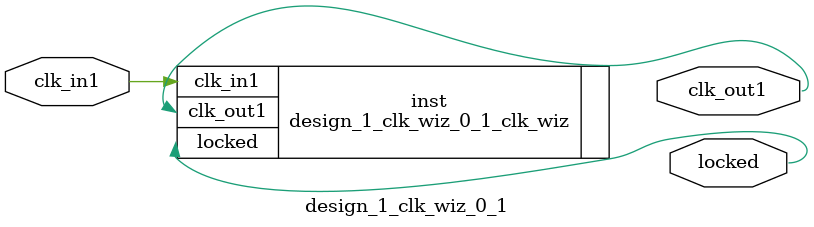
<source format=v>


`timescale 1ps/1ps

(* CORE_GENERATION_INFO = "design_1_clk_wiz_0_1,clk_wiz_v6_0_4_0_0,{component_name=design_1_clk_wiz_0_1,use_phase_alignment=true,use_min_o_jitter=false,use_max_i_jitter=false,use_dyn_phase_shift=false,use_inclk_switchover=false,use_dyn_reconfig=false,enable_axi=0,feedback_source=FDBK_AUTO,PRIMITIVE=MMCM,num_out_clk=1,clkin1_period=10.000,clkin2_period=10.000,use_power_down=false,use_reset=false,use_locked=true,use_inclk_stopped=false,feedback_type=SINGLE,CLOCK_MGR_TYPE=NA,manual_override=false}" *)

module design_1_clk_wiz_0_1 
 (
  // Clock out ports
  output        clk_out1,
  // Status and control signals
  output        locked,
 // Clock in ports
  input         clk_in1
 );

  design_1_clk_wiz_0_1_clk_wiz inst
  (
  // Clock out ports  
  .clk_out1(clk_out1),
  // Status and control signals               
  .locked(locked),
 // Clock in ports
  .clk_in1(clk_in1)
  );

endmodule

</source>
